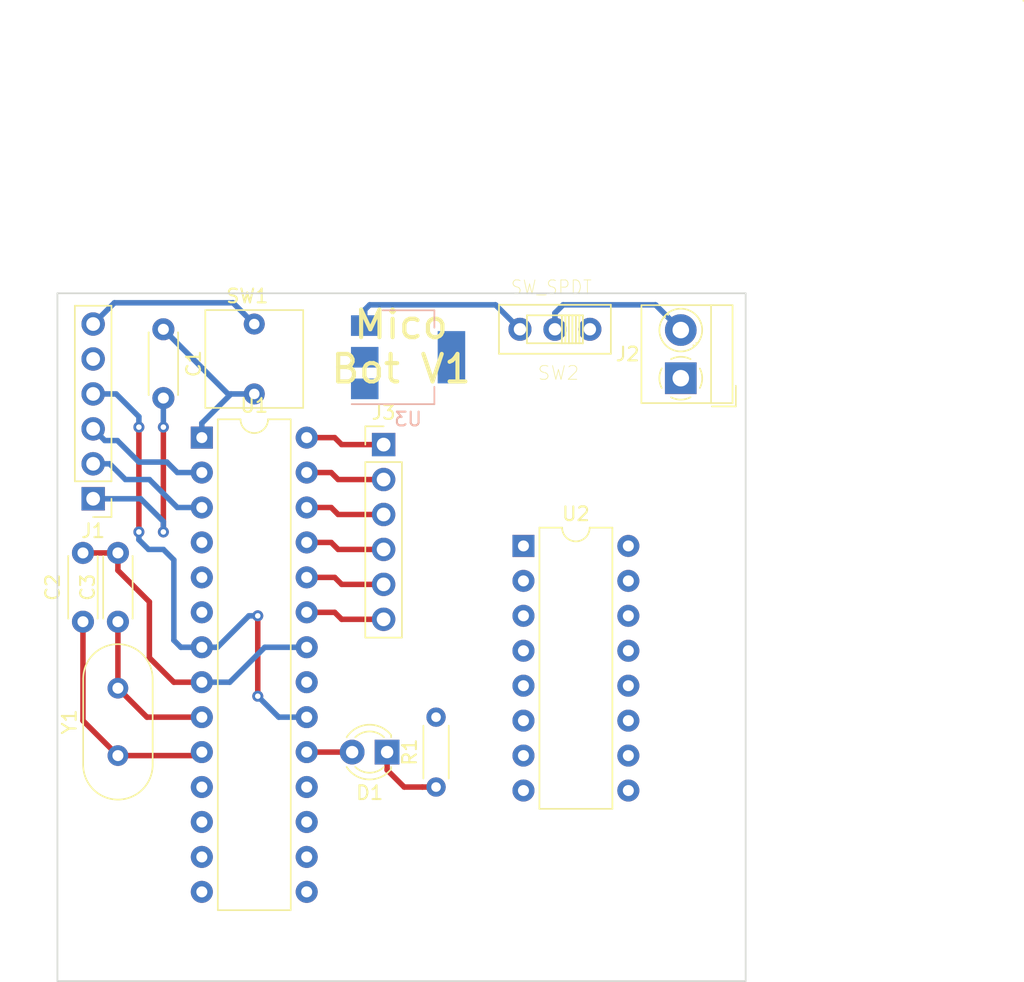
<source format=kicad_pcb>
(kicad_pcb (version 20171130) (host pcbnew "(5.1.0)-1")

  (general
    (thickness 1.6)
    (drawings 6)
    (tracks 95)
    (zones 0)
    (modules 14)
    (nets 45)
  )

  (page A4)
  (layers
    (0 F.Cu signal)
    (31 B.Cu signal)
    (32 B.Adhes user)
    (33 F.Adhes user)
    (34 B.Paste user)
    (35 F.Paste user)
    (36 B.SilkS user)
    (37 F.SilkS user)
    (38 B.Mask user)
    (39 F.Mask user)
    (40 Dwgs.User user)
    (41 Cmts.User user)
    (42 Eco1.User user)
    (43 Eco2.User user)
    (44 Edge.Cuts user)
    (45 Margin user)
    (46 B.CrtYd user)
    (47 F.CrtYd user)
    (48 B.Fab user)
    (49 F.Fab user)
  )

  (setup
    (last_trace_width 0.4)
    (user_trace_width 0.4)
    (user_trace_width 0.5)
    (trace_clearance 0.2)
    (zone_clearance 0.508)
    (zone_45_only no)
    (trace_min 0.2)
    (via_size 0.8)
    (via_drill 0.4)
    (via_min_size 0.4)
    (via_min_drill 0.3)
    (uvia_size 0.3)
    (uvia_drill 0.1)
    (uvias_allowed no)
    (uvia_min_size 0.2)
    (uvia_min_drill 0.1)
    (edge_width 0.05)
    (segment_width 0.2)
    (pcb_text_width 0.3)
    (pcb_text_size 1.5 1.5)
    (mod_edge_width 0.12)
    (mod_text_size 1 1)
    (mod_text_width 0.15)
    (pad_size 1.524 1.524)
    (pad_drill 0.762)
    (pad_to_mask_clearance 0.051)
    (solder_mask_min_width 0.25)
    (aux_axis_origin 0 0)
    (visible_elements 7FFFFFFF)
    (pcbplotparams
      (layerselection 0x010fc_ffffffff)
      (usegerberextensions false)
      (usegerberattributes false)
      (usegerberadvancedattributes false)
      (creategerberjobfile false)
      (excludeedgelayer true)
      (linewidth 0.100000)
      (plotframeref false)
      (viasonmask false)
      (mode 1)
      (useauxorigin false)
      (hpglpennumber 1)
      (hpglpenspeed 20)
      (hpglpendiameter 15.000000)
      (psnegative false)
      (psa4output false)
      (plotreference true)
      (plotvalue true)
      (plotinvisibletext false)
      (padsonsilk false)
      (subtractmaskfromsilk false)
      (outputformat 1)
      (mirror false)
      (drillshape 1)
      (scaleselection 1)
      (outputdirectory ""))
  )

  (net 0 "")
  (net 1 "Net-(C1-Pad1)")
  (net 2 "Net-(C1-Pad2)")
  (net 3 "Net-(J1-Pad2)")
  (net 4 "Net-(J1-Pad3)")
  (net 5 VCC)
  (net 6 "Net-(J1-Pad5)")
  (net 7 GND)
  (net 8 "Net-(U1-Pad15)")
  (net 9 "Net-(U1-Pad16)")
  (net 10 "Net-(U1-Pad17)")
  (net 11 "Net-(U1-Pad4)")
  (net 12 "Net-(U1-Pad18)")
  (net 13 "Net-(U1-Pad5)")
  (net 14 "Net-(U1-Pad6)")
  (net 15 "Net-(U1-Pad21)")
  (net 16 "Net-(U1-Pad11)")
  (net 17 "Net-(U1-Pad12)")
  (net 18 "Net-(U1-Pad13)")
  (net 19 "Net-(U1-Pad14)")
  (net 20 "Net-(U2-Pad1)")
  (net 21 "Net-(U2-Pad9)")
  (net 22 "Net-(U2-Pad2)")
  (net 23 "Net-(U2-Pad10)")
  (net 24 "Net-(U2-Pad3)")
  (net 25 "Net-(U2-Pad11)")
  (net 26 "Net-(U2-Pad6)")
  (net 27 "Net-(U2-Pad14)")
  (net 28 "Net-(U2-Pad7)")
  (net 29 "Net-(U2-Pad15)")
  (net 30 "Net-(U2-Pad8)")
  (net 31 "Net-(U2-Pad16)")
  (net 32 "Net-(J2-Pad2)")
  (net 33 "Net-(SW2-Pad3)")
  (net 34 "Net-(SW2-Pad1)")
  (net 35 "Net-(D1-Pad1)")
  (net 36 "Net-(D1-Pad2)")
  (net 37 "Net-(C2-Pad1)")
  (net 38 "Net-(C3-Pad1)")
  (net 39 "Net-(J3-Pad1)")
  (net 40 "Net-(J3-Pad2)")
  (net 41 "Net-(J3-Pad3)")
  (net 42 "Net-(J3-Pad4)")
  (net 43 "Net-(J3-Pad5)")
  (net 44 "Net-(J3-Pad6)")

  (net_class Default "Esta es la clase de red por defecto."
    (clearance 0.2)
    (trace_width 0.25)
    (via_dia 0.8)
    (via_drill 0.4)
    (uvia_dia 0.3)
    (uvia_drill 0.1)
    (add_net GND)
    (add_net "Net-(C1-Pad1)")
    (add_net "Net-(C1-Pad2)")
    (add_net "Net-(C2-Pad1)")
    (add_net "Net-(C3-Pad1)")
    (add_net "Net-(D1-Pad1)")
    (add_net "Net-(D1-Pad2)")
    (add_net "Net-(J1-Pad2)")
    (add_net "Net-(J1-Pad3)")
    (add_net "Net-(J1-Pad5)")
    (add_net "Net-(J2-Pad2)")
    (add_net "Net-(J3-Pad1)")
    (add_net "Net-(J3-Pad2)")
    (add_net "Net-(J3-Pad3)")
    (add_net "Net-(J3-Pad4)")
    (add_net "Net-(J3-Pad5)")
    (add_net "Net-(J3-Pad6)")
    (add_net "Net-(SW2-Pad1)")
    (add_net "Net-(SW2-Pad3)")
    (add_net "Net-(U1-Pad11)")
    (add_net "Net-(U1-Pad12)")
    (add_net "Net-(U1-Pad13)")
    (add_net "Net-(U1-Pad14)")
    (add_net "Net-(U1-Pad15)")
    (add_net "Net-(U1-Pad16)")
    (add_net "Net-(U1-Pad17)")
    (add_net "Net-(U1-Pad18)")
    (add_net "Net-(U1-Pad21)")
    (add_net "Net-(U1-Pad4)")
    (add_net "Net-(U1-Pad5)")
    (add_net "Net-(U1-Pad6)")
    (add_net "Net-(U2-Pad1)")
    (add_net "Net-(U2-Pad10)")
    (add_net "Net-(U2-Pad11)")
    (add_net "Net-(U2-Pad14)")
    (add_net "Net-(U2-Pad15)")
    (add_net "Net-(U2-Pad16)")
    (add_net "Net-(U2-Pad2)")
    (add_net "Net-(U2-Pad3)")
    (add_net "Net-(U2-Pad6)")
    (add_net "Net-(U2-Pad7)")
    (add_net "Net-(U2-Pad8)")
    (add_net "Net-(U2-Pad9)")
    (add_net VCC)
  )

  (module Connector_PinHeader_2.54mm:PinHeader_1x06_P2.54mm_Vertical (layer F.Cu) (tedit 59FED5CC) (tstamp 5CB7BD17)
    (at 123.698 110.998)
    (descr "Through hole straight pin header, 1x06, 2.54mm pitch, single row")
    (tags "Through hole pin header THT 1x06 2.54mm single row")
    (path /5CB94ED1)
    (fp_text reference J3 (at 0 -2.33) (layer F.SilkS)
      (effects (font (size 1 1) (thickness 0.15)))
    )
    (fp_text value Conn_01x06_Male (at 0 15.03) (layer F.Fab)
      (effects (font (size 1 1) (thickness 0.15)))
    )
    (fp_line (start -0.635 -1.27) (end 1.27 -1.27) (layer F.Fab) (width 0.1))
    (fp_line (start 1.27 -1.27) (end 1.27 13.97) (layer F.Fab) (width 0.1))
    (fp_line (start 1.27 13.97) (end -1.27 13.97) (layer F.Fab) (width 0.1))
    (fp_line (start -1.27 13.97) (end -1.27 -0.635) (layer F.Fab) (width 0.1))
    (fp_line (start -1.27 -0.635) (end -0.635 -1.27) (layer F.Fab) (width 0.1))
    (fp_line (start -1.33 14.03) (end 1.33 14.03) (layer F.SilkS) (width 0.12))
    (fp_line (start -1.33 1.27) (end -1.33 14.03) (layer F.SilkS) (width 0.12))
    (fp_line (start 1.33 1.27) (end 1.33 14.03) (layer F.SilkS) (width 0.12))
    (fp_line (start -1.33 1.27) (end 1.33 1.27) (layer F.SilkS) (width 0.12))
    (fp_line (start -1.33 0) (end -1.33 -1.33) (layer F.SilkS) (width 0.12))
    (fp_line (start -1.33 -1.33) (end 0 -1.33) (layer F.SilkS) (width 0.12))
    (fp_line (start -1.8 -1.8) (end -1.8 14.5) (layer F.CrtYd) (width 0.05))
    (fp_line (start -1.8 14.5) (end 1.8 14.5) (layer F.CrtYd) (width 0.05))
    (fp_line (start 1.8 14.5) (end 1.8 -1.8) (layer F.CrtYd) (width 0.05))
    (fp_line (start 1.8 -1.8) (end -1.8 -1.8) (layer F.CrtYd) (width 0.05))
    (fp_text user %R (at 0 6.35 90) (layer F.Fab)
      (effects (font (size 1 1) (thickness 0.15)))
    )
    (pad 1 thru_hole rect (at 0 0) (size 1.7 1.7) (drill 1) (layers *.Cu *.Mask)
      (net 39 "Net-(J3-Pad1)"))
    (pad 2 thru_hole oval (at 0 2.54) (size 1.7 1.7) (drill 1) (layers *.Cu *.Mask)
      (net 40 "Net-(J3-Pad2)"))
    (pad 3 thru_hole oval (at 0 5.08) (size 1.7 1.7) (drill 1) (layers *.Cu *.Mask)
      (net 41 "Net-(J3-Pad3)"))
    (pad 4 thru_hole oval (at 0 7.62) (size 1.7 1.7) (drill 1) (layers *.Cu *.Mask)
      (net 42 "Net-(J3-Pad4)"))
    (pad 5 thru_hole oval (at 0 10.16) (size 1.7 1.7) (drill 1) (layers *.Cu *.Mask)
      (net 43 "Net-(J3-Pad5)"))
    (pad 6 thru_hole oval (at 0 12.7) (size 1.7 1.7) (drill 1) (layers *.Cu *.Mask)
      (net 44 "Net-(J3-Pad6)"))
    (model ${KISYS3DMOD}/Connector_PinHeader_2.54mm.3dshapes/PinHeader_1x06_P2.54mm_Vertical.wrl
      (at (xyz 0 0 0))
      (scale (xyz 1 1 1))
      (rotate (xyz 0 0 0))
    )
  )

  (module Connector_PinHeader_2.54mm:PinHeader_1x06_P2.54mm_Vertical (layer F.Cu) (tedit 59FED5CC) (tstamp 5CB79A34)
    (at 102.594999 114.935 180)
    (descr "Through hole straight pin header, 1x06, 2.54mm pitch, single row")
    (tags "Through hole pin header THT 1x06 2.54mm single row")
    (path /5CB77726)
    (fp_text reference J1 (at 0 -2.33 180) (layer F.SilkS)
      (effects (font (size 1 1) (thickness 0.15)))
    )
    (fp_text value Conn_01x06_Male (at 0 15.03 180) (layer F.Fab)
      (effects (font (size 1 1) (thickness 0.15)))
    )
    (fp_line (start -0.635 -1.27) (end 1.27 -1.27) (layer F.Fab) (width 0.1))
    (fp_line (start 1.27 -1.27) (end 1.27 13.97) (layer F.Fab) (width 0.1))
    (fp_line (start 1.27 13.97) (end -1.27 13.97) (layer F.Fab) (width 0.1))
    (fp_line (start -1.27 13.97) (end -1.27 -0.635) (layer F.Fab) (width 0.1))
    (fp_line (start -1.27 -0.635) (end -0.635 -1.27) (layer F.Fab) (width 0.1))
    (fp_line (start -1.33 14.03) (end 1.33 14.03) (layer F.SilkS) (width 0.12))
    (fp_line (start -1.33 1.27) (end -1.33 14.03) (layer F.SilkS) (width 0.12))
    (fp_line (start 1.33 1.27) (end 1.33 14.03) (layer F.SilkS) (width 0.12))
    (fp_line (start -1.33 1.27) (end 1.33 1.27) (layer F.SilkS) (width 0.12))
    (fp_line (start -1.33 0) (end -1.33 -1.33) (layer F.SilkS) (width 0.12))
    (fp_line (start -1.33 -1.33) (end 0 -1.33) (layer F.SilkS) (width 0.12))
    (fp_line (start -1.8 -1.8) (end -1.8 14.5) (layer F.CrtYd) (width 0.05))
    (fp_line (start -1.8 14.5) (end 1.8 14.5) (layer F.CrtYd) (width 0.05))
    (fp_line (start 1.8 14.5) (end 1.8 -1.8) (layer F.CrtYd) (width 0.05))
    (fp_line (start 1.8 -1.8) (end -1.8 -1.8) (layer F.CrtYd) (width 0.05))
    (fp_text user %R (at 0 6.35 270) (layer F.Fab)
      (effects (font (size 1 1) (thickness 0.15)))
    )
    (pad 1 thru_hole rect (at 0 0 180) (size 1.7 1.7) (drill 1) (layers *.Cu *.Mask)
      (net 2 "Net-(C1-Pad2)"))
    (pad 2 thru_hole oval (at 0 2.54 180) (size 1.7 1.7) (drill 1) (layers *.Cu *.Mask)
      (net 3 "Net-(J1-Pad2)"))
    (pad 3 thru_hole oval (at 0 5.08 180) (size 1.7 1.7) (drill 1) (layers *.Cu *.Mask)
      (net 4 "Net-(J1-Pad3)"))
    (pad 4 thru_hole oval (at 0 7.62 180) (size 1.7 1.7) (drill 1) (layers *.Cu *.Mask)
      (net 5 VCC))
    (pad 5 thru_hole oval (at 0 10.16 180) (size 1.7 1.7) (drill 1) (layers *.Cu *.Mask)
      (net 6 "Net-(J1-Pad5)"))
    (pad 6 thru_hole oval (at 0 12.7 180) (size 1.7 1.7) (drill 1) (layers *.Cu *.Mask)
      (net 7 GND))
    (model ${KISYS3DMOD}/Connector_PinHeader_2.54mm.3dshapes/PinHeader_1x06_P2.54mm_Vertical.wrl
      (at (xyz 0 0 0))
      (scale (xyz 1 1 1))
      (rotate (xyz 0 0 0))
    )
  )

  (module Package_DIP:DIP-28_W7.62mm (layer F.Cu) (tedit 5A02E8C5) (tstamp 5CB79A64)
    (at 110.49 110.49)
    (descr "28-lead though-hole mounted DIP package, row spacing 7.62 mm (300 mils)")
    (tags "THT DIP DIL PDIP 2.54mm 7.62mm 300mil")
    (path /5CB743B3)
    (fp_text reference U1 (at 3.81 -2.33) (layer F.SilkS)
      (effects (font (size 1 1) (thickness 0.15)))
    )
    (fp_text value ATmega328P-PU (at 3.81 35.35) (layer F.Fab)
      (effects (font (size 1 1) (thickness 0.15)))
    )
    (fp_arc (start 3.81 -1.33) (end 2.81 -1.33) (angle -180) (layer F.SilkS) (width 0.12))
    (fp_line (start 1.635 -1.27) (end 6.985 -1.27) (layer F.Fab) (width 0.1))
    (fp_line (start 6.985 -1.27) (end 6.985 34.29) (layer F.Fab) (width 0.1))
    (fp_line (start 6.985 34.29) (end 0.635 34.29) (layer F.Fab) (width 0.1))
    (fp_line (start 0.635 34.29) (end 0.635 -0.27) (layer F.Fab) (width 0.1))
    (fp_line (start 0.635 -0.27) (end 1.635 -1.27) (layer F.Fab) (width 0.1))
    (fp_line (start 2.81 -1.33) (end 1.16 -1.33) (layer F.SilkS) (width 0.12))
    (fp_line (start 1.16 -1.33) (end 1.16 34.35) (layer F.SilkS) (width 0.12))
    (fp_line (start 1.16 34.35) (end 6.46 34.35) (layer F.SilkS) (width 0.12))
    (fp_line (start 6.46 34.35) (end 6.46 -1.33) (layer F.SilkS) (width 0.12))
    (fp_line (start 6.46 -1.33) (end 4.81 -1.33) (layer F.SilkS) (width 0.12))
    (fp_line (start -1.1 -1.55) (end -1.1 34.55) (layer F.CrtYd) (width 0.05))
    (fp_line (start -1.1 34.55) (end 8.7 34.55) (layer F.CrtYd) (width 0.05))
    (fp_line (start 8.7 34.55) (end 8.7 -1.55) (layer F.CrtYd) (width 0.05))
    (fp_line (start 8.7 -1.55) (end -1.1 -1.55) (layer F.CrtYd) (width 0.05))
    (fp_text user %R (at 3.81 16.51) (layer F.Fab)
      (effects (font (size 1 1) (thickness 0.15)))
    )
    (pad 1 thru_hole rect (at 0 0) (size 1.6 1.6) (drill 0.8) (layers *.Cu *.Mask)
      (net 1 "Net-(C1-Pad1)"))
    (pad 15 thru_hole oval (at 7.62 33.02) (size 1.6 1.6) (drill 0.8) (layers *.Cu *.Mask)
      (net 8 "Net-(U1-Pad15)"))
    (pad 2 thru_hole oval (at 0 2.54) (size 1.6 1.6) (drill 0.8) (layers *.Cu *.Mask)
      (net 4 "Net-(J1-Pad3)"))
    (pad 16 thru_hole oval (at 7.62 30.48) (size 1.6 1.6) (drill 0.8) (layers *.Cu *.Mask)
      (net 9 "Net-(U1-Pad16)"))
    (pad 3 thru_hole oval (at 0 5.08) (size 1.6 1.6) (drill 0.8) (layers *.Cu *.Mask)
      (net 3 "Net-(J1-Pad2)"))
    (pad 17 thru_hole oval (at 7.62 27.94) (size 1.6 1.6) (drill 0.8) (layers *.Cu *.Mask)
      (net 10 "Net-(U1-Pad17)"))
    (pad 4 thru_hole oval (at 0 7.62) (size 1.6 1.6) (drill 0.8) (layers *.Cu *.Mask)
      (net 11 "Net-(U1-Pad4)"))
    (pad 18 thru_hole oval (at 7.62 25.4) (size 1.6 1.6) (drill 0.8) (layers *.Cu *.Mask)
      (net 12 "Net-(U1-Pad18)"))
    (pad 5 thru_hole oval (at 0 10.16) (size 1.6 1.6) (drill 0.8) (layers *.Cu *.Mask)
      (net 13 "Net-(U1-Pad5)"))
    (pad 19 thru_hole oval (at 7.62 22.86) (size 1.6 1.6) (drill 0.8) (layers *.Cu *.Mask)
      (net 36 "Net-(D1-Pad2)"))
    (pad 6 thru_hole oval (at 0 12.7) (size 1.6 1.6) (drill 0.8) (layers *.Cu *.Mask)
      (net 14 "Net-(U1-Pad6)"))
    (pad 20 thru_hole oval (at 7.62 20.32) (size 1.6 1.6) (drill 0.8) (layers *.Cu *.Mask)
      (net 5 VCC))
    (pad 7 thru_hole oval (at 0 15.24) (size 1.6 1.6) (drill 0.8) (layers *.Cu *.Mask)
      (net 5 VCC))
    (pad 21 thru_hole oval (at 7.62 17.78) (size 1.6 1.6) (drill 0.8) (layers *.Cu *.Mask)
      (net 15 "Net-(U1-Pad21)"))
    (pad 8 thru_hole oval (at 0 17.78) (size 1.6 1.6) (drill 0.8) (layers *.Cu *.Mask)
      (net 7 GND))
    (pad 22 thru_hole oval (at 7.62 15.24) (size 1.6 1.6) (drill 0.8) (layers *.Cu *.Mask)
      (net 7 GND))
    (pad 9 thru_hole oval (at 0 20.32) (size 1.6 1.6) (drill 0.8) (layers *.Cu *.Mask)
      (net 38 "Net-(C3-Pad1)"))
    (pad 23 thru_hole oval (at 7.62 12.7) (size 1.6 1.6) (drill 0.8) (layers *.Cu *.Mask)
      (net 44 "Net-(J3-Pad6)"))
    (pad 10 thru_hole oval (at 0 22.86) (size 1.6 1.6) (drill 0.8) (layers *.Cu *.Mask)
      (net 37 "Net-(C2-Pad1)"))
    (pad 24 thru_hole oval (at 7.62 10.16) (size 1.6 1.6) (drill 0.8) (layers *.Cu *.Mask)
      (net 43 "Net-(J3-Pad5)"))
    (pad 11 thru_hole oval (at 0 25.4) (size 1.6 1.6) (drill 0.8) (layers *.Cu *.Mask)
      (net 16 "Net-(U1-Pad11)"))
    (pad 25 thru_hole oval (at 7.62 7.62) (size 1.6 1.6) (drill 0.8) (layers *.Cu *.Mask)
      (net 42 "Net-(J3-Pad4)"))
    (pad 12 thru_hole oval (at 0 27.94) (size 1.6 1.6) (drill 0.8) (layers *.Cu *.Mask)
      (net 17 "Net-(U1-Pad12)"))
    (pad 26 thru_hole oval (at 7.62 5.08) (size 1.6 1.6) (drill 0.8) (layers *.Cu *.Mask)
      (net 41 "Net-(J3-Pad3)"))
    (pad 13 thru_hole oval (at 0 30.48) (size 1.6 1.6) (drill 0.8) (layers *.Cu *.Mask)
      (net 18 "Net-(U1-Pad13)"))
    (pad 27 thru_hole oval (at 7.62 2.54) (size 1.6 1.6) (drill 0.8) (layers *.Cu *.Mask)
      (net 40 "Net-(J3-Pad2)"))
    (pad 14 thru_hole oval (at 0 33.02) (size 1.6 1.6) (drill 0.8) (layers *.Cu *.Mask)
      (net 19 "Net-(U1-Pad14)"))
    (pad 28 thru_hole oval (at 7.62 0) (size 1.6 1.6) (drill 0.8) (layers *.Cu *.Mask)
      (net 39 "Net-(J3-Pad1)"))
    (model ${KISYS3DMOD}/Package_DIP.3dshapes/DIP-28_W7.62mm.wrl
      (at (xyz 0 0 0))
      (scale (xyz 1 1 1))
      (rotate (xyz 0 0 0))
    )
  )

  (module Package_DIP:DIP-16_W7.62mm (layer F.Cu) (tedit 5A02E8C5) (tstamp 5CB79C3C)
    (at 133.858 118.364)
    (descr "16-lead though-hole mounted DIP package, row spacing 7.62 mm (300 mils)")
    (tags "THT DIP DIL PDIP 2.54mm 7.62mm 300mil")
    (path /5CB8339E)
    (fp_text reference U2 (at 3.81 -2.33) (layer F.SilkS)
      (effects (font (size 1 1) (thickness 0.15)))
    )
    (fp_text value L293D (at 3.81 20.11) (layer F.Fab)
      (effects (font (size 1 1) (thickness 0.15)))
    )
    (fp_arc (start 3.81 -1.33) (end 2.81 -1.33) (angle -180) (layer F.SilkS) (width 0.12))
    (fp_line (start 1.635 -1.27) (end 6.985 -1.27) (layer F.Fab) (width 0.1))
    (fp_line (start 6.985 -1.27) (end 6.985 19.05) (layer F.Fab) (width 0.1))
    (fp_line (start 6.985 19.05) (end 0.635 19.05) (layer F.Fab) (width 0.1))
    (fp_line (start 0.635 19.05) (end 0.635 -0.27) (layer F.Fab) (width 0.1))
    (fp_line (start 0.635 -0.27) (end 1.635 -1.27) (layer F.Fab) (width 0.1))
    (fp_line (start 2.81 -1.33) (end 1.16 -1.33) (layer F.SilkS) (width 0.12))
    (fp_line (start 1.16 -1.33) (end 1.16 19.11) (layer F.SilkS) (width 0.12))
    (fp_line (start 1.16 19.11) (end 6.46 19.11) (layer F.SilkS) (width 0.12))
    (fp_line (start 6.46 19.11) (end 6.46 -1.33) (layer F.SilkS) (width 0.12))
    (fp_line (start 6.46 -1.33) (end 4.81 -1.33) (layer F.SilkS) (width 0.12))
    (fp_line (start -1.1 -1.55) (end -1.1 19.3) (layer F.CrtYd) (width 0.05))
    (fp_line (start -1.1 19.3) (end 8.7 19.3) (layer F.CrtYd) (width 0.05))
    (fp_line (start 8.7 19.3) (end 8.7 -1.55) (layer F.CrtYd) (width 0.05))
    (fp_line (start 8.7 -1.55) (end -1.1 -1.55) (layer F.CrtYd) (width 0.05))
    (fp_text user %R (at 3.81 8.89) (layer F.Fab)
      (effects (font (size 1 1) (thickness 0.15)))
    )
    (pad 1 thru_hole rect (at 0 0) (size 1.6 1.6) (drill 0.8) (layers *.Cu *.Mask)
      (net 20 "Net-(U2-Pad1)"))
    (pad 9 thru_hole oval (at 7.62 17.78) (size 1.6 1.6) (drill 0.8) (layers *.Cu *.Mask)
      (net 21 "Net-(U2-Pad9)"))
    (pad 2 thru_hole oval (at 0 2.54) (size 1.6 1.6) (drill 0.8) (layers *.Cu *.Mask)
      (net 22 "Net-(U2-Pad2)"))
    (pad 10 thru_hole oval (at 7.62 15.24) (size 1.6 1.6) (drill 0.8) (layers *.Cu *.Mask)
      (net 23 "Net-(U2-Pad10)"))
    (pad 3 thru_hole oval (at 0 5.08) (size 1.6 1.6) (drill 0.8) (layers *.Cu *.Mask)
      (net 24 "Net-(U2-Pad3)"))
    (pad 11 thru_hole oval (at 7.62 12.7) (size 1.6 1.6) (drill 0.8) (layers *.Cu *.Mask)
      (net 25 "Net-(U2-Pad11)"))
    (pad 4 thru_hole oval (at 0 7.62) (size 1.6 1.6) (drill 0.8) (layers *.Cu *.Mask)
      (net 7 GND))
    (pad 12 thru_hole oval (at 7.62 10.16) (size 1.6 1.6) (drill 0.8) (layers *.Cu *.Mask)
      (net 7 GND))
    (pad 5 thru_hole oval (at 0 10.16) (size 1.6 1.6) (drill 0.8) (layers *.Cu *.Mask)
      (net 7 GND))
    (pad 13 thru_hole oval (at 7.62 7.62) (size 1.6 1.6) (drill 0.8) (layers *.Cu *.Mask)
      (net 7 GND))
    (pad 6 thru_hole oval (at 0 12.7) (size 1.6 1.6) (drill 0.8) (layers *.Cu *.Mask)
      (net 26 "Net-(U2-Pad6)"))
    (pad 14 thru_hole oval (at 7.62 5.08) (size 1.6 1.6) (drill 0.8) (layers *.Cu *.Mask)
      (net 27 "Net-(U2-Pad14)"))
    (pad 7 thru_hole oval (at 0 15.24) (size 1.6 1.6) (drill 0.8) (layers *.Cu *.Mask)
      (net 28 "Net-(U2-Pad7)"))
    (pad 15 thru_hole oval (at 7.62 2.54) (size 1.6 1.6) (drill 0.8) (layers *.Cu *.Mask)
      (net 29 "Net-(U2-Pad15)"))
    (pad 8 thru_hole oval (at 0 17.78) (size 1.6 1.6) (drill 0.8) (layers *.Cu *.Mask)
      (net 30 "Net-(U2-Pad8)"))
    (pad 16 thru_hole oval (at 7.62 0) (size 1.6 1.6) (drill 0.8) (layers *.Cu *.Mask)
      (net 31 "Net-(U2-Pad16)"))
    (model ${KISYS3DMOD}/Package_DIP.3dshapes/DIP-16_W7.62mm.wrl
      (at (xyz 0 0 0))
      (scale (xyz 1 1 1))
      (rotate (xyz 0 0 0))
    )
  )

  (module MiLib:Pulsador_Cuadrado_6 (layer F.Cu) (tedit 5CB76973) (tstamp 5CB7E262)
    (at 111.76 104.775 90)
    (path /5CB995FB)
    (fp_text reference SW1 (at 4.572 2.032 180) (layer F.SilkS)
      (effects (font (size 1 1) (thickness 0.15)))
    )
    (fp_text value SW_Push (at 6.223 3.81 90) (layer F.Fab)
      (effects (font (size 1 1) (thickness 0.15)))
    )
    (fp_line (start -3.556 -1.016) (end -3.556 6.096) (layer F.SilkS) (width 0.12))
    (fp_line (start -3.556 6.096) (end 3.556 6.096) (layer F.SilkS) (width 0.12))
    (fp_line (start 3.556 6.096) (end 3.556 -1.016) (layer F.SilkS) (width 0.12))
    (fp_line (start 3.556 -1.016) (end -3.556 -1.016) (layer F.SilkS) (width 0.12))
    (fp_line (start -3.302 -0.762) (end 3.302 -0.762) (layer F.CrtYd) (width 0.12))
    (fp_line (start 3.302 -0.762) (end 3.302 5.842) (layer F.CrtYd) (width 0.12))
    (fp_line (start 3.302 5.842) (end -3.302 5.842) (layer F.CrtYd) (width 0.12))
    (fp_line (start -3.302 5.842) (end -3.302 -0.762) (layer F.CrtYd) (width 0.12))
    (fp_circle (center 0 2.54) (end 2.032 1.524) (layer F.CrtYd) (width 0.12))
    (pad 1 thru_hole circle (at -2.54 2.54 90) (size 1.524 1.524) (drill 0.762) (layers *.Cu *.Mask)
      (net 1 "Net-(C1-Pad1)"))
    (pad 2 thru_hole circle (at 2.54 2.54 90) (size 1.524 1.524) (drill 0.762) (layers *.Cu *.Mask)
      (net 7 GND))
  )

  (module TerminalBlock_MetzConnect:TerminalBlock_MetzConnect_Type059_RT06302HBWC_1x02_P3.50mm_Horizontal (layer F.Cu) (tedit 5B294EA0) (tstamp 5CB7D56D)
    (at 145.288 106.172 90)
    (descr "terminal block Metz Connect Type059_RT06302HBWC, 2 pins, pitch 3.5mm, size 7x6.5mm^2, drill diamater 1.2mm, pad diameter 2.3mm, see http://www.metz-connect.com/de/system/files/productfiles/Datenblatt_310591_RT063xxHBWC_OFF-022684T.pdf, script-generated using https://github.com/pointhi/kicad-footprint-generator/scripts/TerminalBlock_MetzConnect")
    (tags "THT terminal block Metz Connect Type059_RT06302HBWC pitch 3.5mm size 7x6.5mm^2 drill 1.2mm pad 2.3mm")
    (path /5CB7B471)
    (fp_text reference J2 (at 1.75 -3.86 180) (layer F.SilkS)
      (effects (font (size 1 1) (thickness 0.15)))
    )
    (fp_text value Screw_Terminal_01x02 (at 1.75 4.76 90) (layer F.Fab)
      (effects (font (size 1 1) (thickness 0.15)))
    )
    (fp_arc (start 0 0) (end 0 1.555) (angle -27) (layer F.SilkS) (width 0.12))
    (fp_arc (start 0 0) (end 1.386 0.707) (angle -54) (layer F.SilkS) (width 0.12))
    (fp_arc (start 0 0) (end 0.707 -1.386) (angle -54) (layer F.SilkS) (width 0.12))
    (fp_arc (start 0 0) (end -1.386 -0.707) (angle -54) (layer F.SilkS) (width 0.12))
    (fp_arc (start 0 0) (end -0.707 1.386) (angle -28) (layer F.SilkS) (width 0.12))
    (fp_circle (center 0 0) (end 1.375 0) (layer F.Fab) (width 0.1))
    (fp_circle (center 3.5 0) (end 4.875 0) (layer F.Fab) (width 0.1))
    (fp_circle (center 3.5 0) (end 5.055 0) (layer F.SilkS) (width 0.12))
    (fp_line (start -1.75 -2.8) (end 5.25 -2.8) (layer F.Fab) (width 0.1))
    (fp_line (start 5.25 -2.8) (end 5.25 3.7) (layer F.Fab) (width 0.1))
    (fp_line (start 5.25 3.7) (end -0.25 3.7) (layer F.Fab) (width 0.1))
    (fp_line (start -0.25 3.7) (end -1.75 2.2) (layer F.Fab) (width 0.1))
    (fp_line (start -1.75 2.2) (end -1.75 -2.8) (layer F.Fab) (width 0.1))
    (fp_line (start -1.75 2.2) (end 5.25 2.2) (layer F.Fab) (width 0.1))
    (fp_line (start -1.81 2.2) (end 5.31 2.2) (layer F.SilkS) (width 0.12))
    (fp_line (start -1.81 -2.86) (end 5.31 -2.86) (layer F.SilkS) (width 0.12))
    (fp_line (start -1.81 3.76) (end 5.31 3.76) (layer F.SilkS) (width 0.12))
    (fp_line (start -1.81 -2.86) (end -1.81 3.76) (layer F.SilkS) (width 0.12))
    (fp_line (start 5.31 -2.86) (end 5.31 3.76) (layer F.SilkS) (width 0.12))
    (fp_line (start 1.043 -0.875) (end -0.876 1.043) (layer F.Fab) (width 0.1))
    (fp_line (start 0.876 -1.043) (end -1.043 0.875) (layer F.Fab) (width 0.1))
    (fp_line (start 4.543 -0.875) (end 2.625 1.043) (layer F.Fab) (width 0.1))
    (fp_line (start 4.376 -1.043) (end 2.458 0.875) (layer F.Fab) (width 0.1))
    (fp_line (start 4.68 -0.99) (end 4.604 -0.914) (layer F.SilkS) (width 0.12))
    (fp_line (start 2.565 1.125) (end 2.511 1.18) (layer F.SilkS) (width 0.12))
    (fp_line (start 4.49 -1.18) (end 4.436 -1.126) (layer F.SilkS) (width 0.12))
    (fp_line (start 2.397 0.914) (end 2.321 0.99) (layer F.SilkS) (width 0.12))
    (fp_line (start -2.05 2.26) (end -2.05 4) (layer F.SilkS) (width 0.12))
    (fp_line (start -2.05 4) (end -0.55 4) (layer F.SilkS) (width 0.12))
    (fp_line (start -2.25 -3.3) (end -2.25 4.2) (layer F.CrtYd) (width 0.05))
    (fp_line (start -2.25 4.2) (end 5.75 4.2) (layer F.CrtYd) (width 0.05))
    (fp_line (start 5.75 4.2) (end 5.75 -3.3) (layer F.CrtYd) (width 0.05))
    (fp_line (start 5.75 -3.3) (end -2.25 -3.3) (layer F.CrtYd) (width 0.05))
    (fp_text user %R (at 1.75 2.95 90) (layer F.Fab)
      (effects (font (size 1 1) (thickness 0.15)))
    )
    (pad 1 thru_hole rect (at 0 0 90) (size 2.3 2.3) (drill 1.2) (layers *.Cu *.Mask)
      (net 7 GND))
    (pad 2 thru_hole circle (at 3.5 0 90) (size 2.3 2.3) (drill 1.2) (layers *.Cu *.Mask)
      (net 32 "Net-(J2-Pad2)"))
    (model ${KISYS3DMOD}/TerminalBlock_MetzConnect.3dshapes/TerminalBlock_MetzConnect_Type059_RT06302HBWC_1x02_P3.50mm_Horizontal.wrl
      (at (xyz 0 0 0))
      (scale (xyz 1 1 1))
      (rotate (xyz 0 0 0))
    )
  )

  (module Package_TO_SOT_SMD:SOT-223-3_TabPin2 (layer B.Cu) (tedit 5A02FF57) (tstamp 5CB7D583)
    (at 125.476 104.648)
    (descr "module CMS SOT223 4 pins")
    (tags "CMS SOT")
    (path /5CB78A01)
    (attr smd)
    (fp_text reference U3 (at 0 4.5) (layer B.SilkS)
      (effects (font (size 1 1) (thickness 0.15)) (justify mirror))
    )
    (fp_text value AMS1117-5.0 (at 0 -4.5) (layer B.Fab)
      (effects (font (size 1 1) (thickness 0.15)) (justify mirror))
    )
    (fp_text user %R (at 0 0 -90) (layer B.Fab)
      (effects (font (size 0.8 0.8) (thickness 0.12)) (justify mirror))
    )
    (fp_line (start 1.91 -3.41) (end 1.91 -2.15) (layer B.SilkS) (width 0.12))
    (fp_line (start 1.91 3.41) (end 1.91 2.15) (layer B.SilkS) (width 0.12))
    (fp_line (start 4.4 3.6) (end -4.4 3.6) (layer B.CrtYd) (width 0.05))
    (fp_line (start 4.4 -3.6) (end 4.4 3.6) (layer B.CrtYd) (width 0.05))
    (fp_line (start -4.4 -3.6) (end 4.4 -3.6) (layer B.CrtYd) (width 0.05))
    (fp_line (start -4.4 3.6) (end -4.4 -3.6) (layer B.CrtYd) (width 0.05))
    (fp_line (start -1.85 2.35) (end -0.85 3.35) (layer B.Fab) (width 0.1))
    (fp_line (start -1.85 2.35) (end -1.85 -3.35) (layer B.Fab) (width 0.1))
    (fp_line (start -1.85 -3.41) (end 1.91 -3.41) (layer B.SilkS) (width 0.12))
    (fp_line (start -0.85 3.35) (end 1.85 3.35) (layer B.Fab) (width 0.1))
    (fp_line (start -4.1 3.41) (end 1.91 3.41) (layer B.SilkS) (width 0.12))
    (fp_line (start -1.85 -3.35) (end 1.85 -3.35) (layer B.Fab) (width 0.1))
    (fp_line (start 1.85 3.35) (end 1.85 -3.35) (layer B.Fab) (width 0.1))
    (pad 2 smd rect (at 3.15 0) (size 2 3.8) (layers B.Cu B.Paste B.Mask)
      (net 5 VCC))
    (pad 2 smd rect (at -3.15 0) (size 2 1.5) (layers B.Cu B.Paste B.Mask)
      (net 5 VCC))
    (pad 3 smd rect (at -3.15 -2.3) (size 2 1.5) (layers B.Cu B.Paste B.Mask)
      (net 33 "Net-(SW2-Pad3)"))
    (pad 1 smd rect (at -3.15 2.3) (size 2 1.5) (layers B.Cu B.Paste B.Mask)
      (net 7 GND))
    (model ${KISYS3DMOD}/Package_TO_SOT_SMD.3dshapes/SOT-223.wrl
      (at (xyz 0 0 0))
      (scale (xyz 1 1 1))
      (rotate (xyz 0 0 0))
    )
  )

  (module MiLib:EG1218 (layer F.Cu) (tedit 5CB7938C) (tstamp 5CB7EB2B)
    (at 136.144 102.616 180)
    (path /5CB86777)
    (fp_text reference SW2 (at -0.254 -3.175 180) (layer F.SilkS)
      (effects (font (size 1 1) (thickness 0.05)))
    )
    (fp_text value SW_SPDT (at 0.254 3.048 180) (layer F.SilkS)
      (effects (font (size 1 0.9) (thickness 0.05)))
    )
    (fp_line (start -0.508 -1.016) (end -0.508 1.016) (layer F.SilkS) (width 0.127))
    (fp_line (start -0.762 1.016) (end -0.762 -1.016) (layer F.SilkS) (width 0.127))
    (fp_line (start -1.016 -1.016) (end -1.016 1.016) (layer F.SilkS) (width 0.127))
    (fp_line (start -1.27 1.016) (end -1.27 -1.016) (layer F.SilkS) (width 0.127))
    (fp_line (start -1.524 -1.016) (end -1.524 1.016) (layer F.SilkS) (width 0.127))
    (fp_line (start -1.778 1.016) (end -1.778 -1.016) (layer F.SilkS) (width 0.127))
    (fp_line (start -2.032 -1.016) (end -2.032 1.016) (layer F.SilkS) (width 0.127))
    (fp_line (start -4.064 1.778) (end -4.064 -1.778) (layer F.SilkS) (width 0.127))
    (fp_line (start 4.064 1.778) (end -4.064 1.778) (layer F.SilkS) (width 0.127))
    (fp_line (start 4.064 -1.778) (end 4.064 1.778) (layer F.SilkS) (width 0.127))
    (fp_line (start -4.064 -1.778) (end 4.064 -1.778) (layer F.SilkS) (width 0.127))
    (fp_line (start -2.032 -1.016) (end 2.032 -1.016) (layer F.SilkS) (width 0.12))
    (fp_line (start 2.032 -1.016) (end 2.032 1.016) (layer F.SilkS) (width 0.12))
    (fp_line (start 2.032 1.016) (end -2.032 1.016) (layer F.SilkS) (width 0.12))
    (pad 3 thru_hole circle (at 2.54 0 180) (size 1.6764 1.6764) (drill 0.9) (layers *.Cu *.Mask)
      (net 33 "Net-(SW2-Pad3)"))
    (pad 1 thru_hole circle (at -2.54 0 180) (size 1.6764 1.6764) (drill 0.9) (layers *.Cu *.Mask)
      (net 34 "Net-(SW2-Pad1)"))
    (pad 2 thru_hole circle (at 0 0 180) (size 1.6764 1.6764) (drill 0.9) (layers *.Cu *.Mask)
      (net 32 "Net-(J2-Pad2)"))
  )

  (module Resistor_THT:R_Axial_DIN0204_L3.6mm_D1.6mm_P5.08mm_Horizontal (layer F.Cu) (tedit 5AE5139B) (tstamp 5CB7F500)
    (at 127.508 135.89 90)
    (descr "Resistor, Axial_DIN0204 series, Axial, Horizontal, pin pitch=5.08mm, 0.167W, length*diameter=3.6*1.6mm^2, http://cdn-reichelt.de/documents/datenblatt/B400/1_4W%23YAG.pdf")
    (tags "Resistor Axial_DIN0204 series Axial Horizontal pin pitch 5.08mm 0.167W length 3.6mm diameter 1.6mm")
    (path /5CB8BF62)
    (fp_text reference R1 (at 2.54 -1.92 90) (layer F.SilkS)
      (effects (font (size 1 1) (thickness 0.15)))
    )
    (fp_text value R (at 2.54 1.92 90) (layer F.Fab)
      (effects (font (size 1 1) (thickness 0.15)))
    )
    (fp_line (start 0.74 -0.8) (end 0.74 0.8) (layer F.Fab) (width 0.1))
    (fp_line (start 0.74 0.8) (end 4.34 0.8) (layer F.Fab) (width 0.1))
    (fp_line (start 4.34 0.8) (end 4.34 -0.8) (layer F.Fab) (width 0.1))
    (fp_line (start 4.34 -0.8) (end 0.74 -0.8) (layer F.Fab) (width 0.1))
    (fp_line (start 0 0) (end 0.74 0) (layer F.Fab) (width 0.1))
    (fp_line (start 5.08 0) (end 4.34 0) (layer F.Fab) (width 0.1))
    (fp_line (start 0.62 -0.92) (end 4.46 -0.92) (layer F.SilkS) (width 0.12))
    (fp_line (start 0.62 0.92) (end 4.46 0.92) (layer F.SilkS) (width 0.12))
    (fp_line (start -0.95 -1.05) (end -0.95 1.05) (layer F.CrtYd) (width 0.05))
    (fp_line (start -0.95 1.05) (end 6.03 1.05) (layer F.CrtYd) (width 0.05))
    (fp_line (start 6.03 1.05) (end 6.03 -1.05) (layer F.CrtYd) (width 0.05))
    (fp_line (start 6.03 -1.05) (end -0.95 -1.05) (layer F.CrtYd) (width 0.05))
    (fp_text user %R (at 2.54 0 90) (layer F.Fab)
      (effects (font (size 0.72 0.72) (thickness 0.108)))
    )
    (pad 1 thru_hole circle (at 0 0 90) (size 1.4 1.4) (drill 0.7) (layers *.Cu *.Mask)
      (net 35 "Net-(D1-Pad1)"))
    (pad 2 thru_hole oval (at 5.08 0 90) (size 1.4 1.4) (drill 0.7) (layers *.Cu *.Mask)
      (net 7 GND))
    (model ${KISYS3DMOD}/Resistor_THT.3dshapes/R_Axial_DIN0204_L3.6mm_D1.6mm_P5.08mm_Horizontal.wrl
      (at (xyz 0 0 0))
      (scale (xyz 1 1 1))
      (rotate (xyz 0 0 0))
    )
  )

  (module LED_THT:LED_D3.0mm (layer F.Cu) (tedit 587A3A7B) (tstamp 5CB7F5A4)
    (at 123.952 133.35 180)
    (descr "LED, diameter 3.0mm, 2 pins")
    (tags "LED diameter 3.0mm 2 pins")
    (path /5CB896AF)
    (fp_text reference D1 (at 1.27 -2.96 180) (layer F.SilkS)
      (effects (font (size 1 1) (thickness 0.15)))
    )
    (fp_text value LED (at 1.27 2.96 180) (layer F.Fab)
      (effects (font (size 1 1) (thickness 0.15)))
    )
    (fp_arc (start 1.27 0) (end -0.23 -1.16619) (angle 284.3) (layer F.Fab) (width 0.1))
    (fp_arc (start 1.27 0) (end -0.29 -1.235516) (angle 108.8) (layer F.SilkS) (width 0.12))
    (fp_arc (start 1.27 0) (end -0.29 1.235516) (angle -108.8) (layer F.SilkS) (width 0.12))
    (fp_arc (start 1.27 0) (end 0.229039 -1.08) (angle 87.9) (layer F.SilkS) (width 0.12))
    (fp_arc (start 1.27 0) (end 0.229039 1.08) (angle -87.9) (layer F.SilkS) (width 0.12))
    (fp_circle (center 1.27 0) (end 2.77 0) (layer F.Fab) (width 0.1))
    (fp_line (start -0.23 -1.16619) (end -0.23 1.16619) (layer F.Fab) (width 0.1))
    (fp_line (start -0.29 -1.236) (end -0.29 -1.08) (layer F.SilkS) (width 0.12))
    (fp_line (start -0.29 1.08) (end -0.29 1.236) (layer F.SilkS) (width 0.12))
    (fp_line (start -1.15 -2.25) (end -1.15 2.25) (layer F.CrtYd) (width 0.05))
    (fp_line (start -1.15 2.25) (end 3.7 2.25) (layer F.CrtYd) (width 0.05))
    (fp_line (start 3.7 2.25) (end 3.7 -2.25) (layer F.CrtYd) (width 0.05))
    (fp_line (start 3.7 -2.25) (end -1.15 -2.25) (layer F.CrtYd) (width 0.05))
    (pad 1 thru_hole rect (at 0 0 180) (size 1.8 1.8) (drill 0.9) (layers *.Cu *.Mask)
      (net 35 "Net-(D1-Pad1)"))
    (pad 2 thru_hole circle (at 2.54 0 180) (size 1.8 1.8) (drill 0.9) (layers *.Cu *.Mask)
      (net 36 "Net-(D1-Pad2)"))
    (model ${KISYS3DMOD}/LED_THT.3dshapes/LED_D3.0mm.wrl
      (at (xyz 0 0 0))
      (scale (xyz 1 1 1))
      (rotate (xyz 0 0 0))
    )
  )

  (module Capacitor_THT:C_Disc_D4.3mm_W1.9mm_P5.00mm (layer F.Cu) (tedit 5AE50EF0) (tstamp 5CB7F950)
    (at 101.854 123.872 90)
    (descr "C, Disc series, Radial, pin pitch=5.00mm, , diameter*width=4.3*1.9mm^2, Capacitor, http://www.vishay.com/docs/45233/krseries.pdf")
    (tags "C Disc series Radial pin pitch 5.00mm  diameter 4.3mm width 1.9mm Capacitor")
    (path /5CB99E74)
    (fp_text reference C2 (at 2.5 -2.2 90) (layer F.SilkS)
      (effects (font (size 1 1) (thickness 0.15)))
    )
    (fp_text value C_Small (at 2.5 2.2 90) (layer F.Fab)
      (effects (font (size 1 1) (thickness 0.15)))
    )
    (fp_line (start 0.35 -0.95) (end 0.35 0.95) (layer F.Fab) (width 0.1))
    (fp_line (start 0.35 0.95) (end 4.65 0.95) (layer F.Fab) (width 0.1))
    (fp_line (start 4.65 0.95) (end 4.65 -0.95) (layer F.Fab) (width 0.1))
    (fp_line (start 4.65 -0.95) (end 0.35 -0.95) (layer F.Fab) (width 0.1))
    (fp_line (start 0.23 -1.07) (end 4.77 -1.07) (layer F.SilkS) (width 0.12))
    (fp_line (start 0.23 1.07) (end 4.77 1.07) (layer F.SilkS) (width 0.12))
    (fp_line (start 0.23 -1.07) (end 0.23 -1.055) (layer F.SilkS) (width 0.12))
    (fp_line (start 0.23 1.055) (end 0.23 1.07) (layer F.SilkS) (width 0.12))
    (fp_line (start 4.77 -1.07) (end 4.77 -1.055) (layer F.SilkS) (width 0.12))
    (fp_line (start 4.77 1.055) (end 4.77 1.07) (layer F.SilkS) (width 0.12))
    (fp_line (start -1.05 -1.2) (end -1.05 1.2) (layer F.CrtYd) (width 0.05))
    (fp_line (start -1.05 1.2) (end 6.05 1.2) (layer F.CrtYd) (width 0.05))
    (fp_line (start 6.05 1.2) (end 6.05 -1.2) (layer F.CrtYd) (width 0.05))
    (fp_line (start 6.05 -1.2) (end -1.05 -1.2) (layer F.CrtYd) (width 0.05))
    (fp_text user %R (at 2.5 0 90) (layer F.Fab)
      (effects (font (size 0.86 0.86) (thickness 0.129)))
    )
    (pad 1 thru_hole circle (at 0 0 90) (size 1.6 1.6) (drill 0.8) (layers *.Cu *.Mask)
      (net 37 "Net-(C2-Pad1)"))
    (pad 2 thru_hole circle (at 5 0 90) (size 1.6 1.6) (drill 0.8) (layers *.Cu *.Mask)
      (net 7 GND))
    (model ${KISYS3DMOD}/Capacitor_THT.3dshapes/C_Disc_D4.3mm_W1.9mm_P5.00mm.wrl
      (at (xyz 0 0 0))
      (scale (xyz 1 1 1))
      (rotate (xyz 0 0 0))
    )
  )

  (module Capacitor_THT:C_Disc_D4.3mm_W1.9mm_P5.00mm (layer F.Cu) (tedit 5AE50EF0) (tstamp 5CB7F965)
    (at 104.394 123.872 90)
    (descr "C, Disc series, Radial, pin pitch=5.00mm, , diameter*width=4.3*1.9mm^2, Capacitor, http://www.vishay.com/docs/45233/krseries.pdf")
    (tags "C Disc series Radial pin pitch 5.00mm  diameter 4.3mm width 1.9mm Capacitor")
    (path /5CB9B3E9)
    (fp_text reference C3 (at 2.5 -2.2 90) (layer F.SilkS)
      (effects (font (size 1 1) (thickness 0.15)))
    )
    (fp_text value C_Small (at 2.5 2.2 90) (layer F.Fab)
      (effects (font (size 1 1) (thickness 0.15)))
    )
    (fp_text user %R (at 2.5 0 90) (layer F.Fab)
      (effects (font (size 0.86 0.86) (thickness 0.129)))
    )
    (fp_line (start 6.05 -1.2) (end -1.05 -1.2) (layer F.CrtYd) (width 0.05))
    (fp_line (start 6.05 1.2) (end 6.05 -1.2) (layer F.CrtYd) (width 0.05))
    (fp_line (start -1.05 1.2) (end 6.05 1.2) (layer F.CrtYd) (width 0.05))
    (fp_line (start -1.05 -1.2) (end -1.05 1.2) (layer F.CrtYd) (width 0.05))
    (fp_line (start 4.77 1.055) (end 4.77 1.07) (layer F.SilkS) (width 0.12))
    (fp_line (start 4.77 -1.07) (end 4.77 -1.055) (layer F.SilkS) (width 0.12))
    (fp_line (start 0.23 1.055) (end 0.23 1.07) (layer F.SilkS) (width 0.12))
    (fp_line (start 0.23 -1.07) (end 0.23 -1.055) (layer F.SilkS) (width 0.12))
    (fp_line (start 0.23 1.07) (end 4.77 1.07) (layer F.SilkS) (width 0.12))
    (fp_line (start 0.23 -1.07) (end 4.77 -1.07) (layer F.SilkS) (width 0.12))
    (fp_line (start 4.65 -0.95) (end 0.35 -0.95) (layer F.Fab) (width 0.1))
    (fp_line (start 4.65 0.95) (end 4.65 -0.95) (layer F.Fab) (width 0.1))
    (fp_line (start 0.35 0.95) (end 4.65 0.95) (layer F.Fab) (width 0.1))
    (fp_line (start 0.35 -0.95) (end 0.35 0.95) (layer F.Fab) (width 0.1))
    (pad 2 thru_hole circle (at 5 0 90) (size 1.6 1.6) (drill 0.8) (layers *.Cu *.Mask)
      (net 7 GND))
    (pad 1 thru_hole circle (at 0 0 90) (size 1.6 1.6) (drill 0.8) (layers *.Cu *.Mask)
      (net 38 "Net-(C3-Pad1)"))
    (model ${KISYS3DMOD}/Capacitor_THT.3dshapes/C_Disc_D4.3mm_W1.9mm_P5.00mm.wrl
      (at (xyz 0 0 0))
      (scale (xyz 1 1 1))
      (rotate (xyz 0 0 0))
    )
  )

  (module Capacitor_THT:C_Disc_D4.3mm_W1.9mm_P5.00mm (layer F.Cu) (tedit 5AE50EF0) (tstamp 5CB7FA11)
    (at 107.696 102.616 270)
    (descr "C, Disc series, Radial, pin pitch=5.00mm, , diameter*width=4.3*1.9mm^2, Capacitor, http://www.vishay.com/docs/45233/krseries.pdf")
    (tags "C Disc series Radial pin pitch 5.00mm  diameter 4.3mm width 1.9mm Capacitor")
    (path /5CB7FCE1)
    (fp_text reference C1 (at 2.5 -2.2 270) (layer F.SilkS)
      (effects (font (size 1 1) (thickness 0.15)))
    )
    (fp_text value C (at 2.5 2.2 270) (layer F.Fab)
      (effects (font (size 1 1) (thickness 0.15)))
    )
    (fp_line (start 0.35 -0.95) (end 0.35 0.95) (layer F.Fab) (width 0.1))
    (fp_line (start 0.35 0.95) (end 4.65 0.95) (layer F.Fab) (width 0.1))
    (fp_line (start 4.65 0.95) (end 4.65 -0.95) (layer F.Fab) (width 0.1))
    (fp_line (start 4.65 -0.95) (end 0.35 -0.95) (layer F.Fab) (width 0.1))
    (fp_line (start 0.23 -1.07) (end 4.77 -1.07) (layer F.SilkS) (width 0.12))
    (fp_line (start 0.23 1.07) (end 4.77 1.07) (layer F.SilkS) (width 0.12))
    (fp_line (start 0.23 -1.07) (end 0.23 -1.055) (layer F.SilkS) (width 0.12))
    (fp_line (start 0.23 1.055) (end 0.23 1.07) (layer F.SilkS) (width 0.12))
    (fp_line (start 4.77 -1.07) (end 4.77 -1.055) (layer F.SilkS) (width 0.12))
    (fp_line (start 4.77 1.055) (end 4.77 1.07) (layer F.SilkS) (width 0.12))
    (fp_line (start -1.05 -1.2) (end -1.05 1.2) (layer F.CrtYd) (width 0.05))
    (fp_line (start -1.05 1.2) (end 6.05 1.2) (layer F.CrtYd) (width 0.05))
    (fp_line (start 6.05 1.2) (end 6.05 -1.2) (layer F.CrtYd) (width 0.05))
    (fp_line (start 6.05 -1.2) (end -1.05 -1.2) (layer F.CrtYd) (width 0.05))
    (fp_text user %R (at 2.5 0 270) (layer F.Fab)
      (effects (font (size 0.86 0.86) (thickness 0.129)))
    )
    (pad 1 thru_hole circle (at 0 0 270) (size 1.6 1.6) (drill 0.8) (layers *.Cu *.Mask)
      (net 1 "Net-(C1-Pad1)"))
    (pad 2 thru_hole circle (at 5 0 270) (size 1.6 1.6) (drill 0.8) (layers *.Cu *.Mask)
      (net 2 "Net-(C1-Pad2)"))
    (model ${KISYS3DMOD}/Capacitor_THT.3dshapes/C_Disc_D4.3mm_W1.9mm_P5.00mm.wrl
      (at (xyz 0 0 0))
      (scale (xyz 1 1 1))
      (rotate (xyz 0 0 0))
    )
  )

  (module Crystal:Crystal_HC18-U_Vertical (layer F.Cu) (tedit 5A1AD3B7) (tstamp 5CB7FD39)
    (at 104.394 133.604 90)
    (descr "Crystal THT HC-18/U, http://5hertz.com/pdfs/04404_D.pdf")
    (tags "THT crystalHC-18/U")
    (path /5CB975FD)
    (fp_text reference Y1 (at 2.45 -3.525 90) (layer F.SilkS)
      (effects (font (size 1 1) (thickness 0.15)))
    )
    (fp_text value Crystal_Small (at 2.45 3.525 90) (layer F.Fab)
      (effects (font (size 1 1) (thickness 0.15)))
    )
    (fp_text user %R (at 2.45 0 90) (layer F.Fab)
      (effects (font (size 1 1) (thickness 0.15)))
    )
    (fp_line (start -0.675 -2.325) (end 5.575 -2.325) (layer F.Fab) (width 0.1))
    (fp_line (start -0.675 2.325) (end 5.575 2.325) (layer F.Fab) (width 0.1))
    (fp_line (start -0.55 -2) (end 5.45 -2) (layer F.Fab) (width 0.1))
    (fp_line (start -0.55 2) (end 5.45 2) (layer F.Fab) (width 0.1))
    (fp_line (start -0.675 -2.525) (end 5.575 -2.525) (layer F.SilkS) (width 0.12))
    (fp_line (start -0.675 2.525) (end 5.575 2.525) (layer F.SilkS) (width 0.12))
    (fp_line (start -3.5 -2.8) (end -3.5 2.8) (layer F.CrtYd) (width 0.05))
    (fp_line (start -3.5 2.8) (end 8.4 2.8) (layer F.CrtYd) (width 0.05))
    (fp_line (start 8.4 2.8) (end 8.4 -2.8) (layer F.CrtYd) (width 0.05))
    (fp_line (start 8.4 -2.8) (end -3.5 -2.8) (layer F.CrtYd) (width 0.05))
    (fp_arc (start -0.675 0) (end -0.675 -2.325) (angle -180) (layer F.Fab) (width 0.1))
    (fp_arc (start 5.575 0) (end 5.575 -2.325) (angle 180) (layer F.Fab) (width 0.1))
    (fp_arc (start -0.55 0) (end -0.55 -2) (angle -180) (layer F.Fab) (width 0.1))
    (fp_arc (start 5.45 0) (end 5.45 -2) (angle 180) (layer F.Fab) (width 0.1))
    (fp_arc (start -0.675 0) (end -0.675 -2.525) (angle -180) (layer F.SilkS) (width 0.12))
    (fp_arc (start 5.575 0) (end 5.575 -2.525) (angle 180) (layer F.SilkS) (width 0.12))
    (pad 1 thru_hole circle (at 0 0 90) (size 1.5 1.5) (drill 0.8) (layers *.Cu *.Mask)
      (net 37 "Net-(C2-Pad1)"))
    (pad 2 thru_hole circle (at 4.9 0 90) (size 1.5 1.5) (drill 0.8) (layers *.Cu *.Mask)
      (net 38 "Net-(C3-Pad1)"))
    (model ${KISYS3DMOD}/Crystal.3dshapes/Crystal_HC18-U_Vertical.wrl
      (at (xyz 0 0 0))
      (scale (xyz 1 1 1))
      (rotate (xyz 0 0 0))
    )
  )

  (gr_text "Mico\nBot V1" (at 124.968 103.886) (layer F.SilkS)
    (effects (font (size 2 2) (thickness 0.3)))
  )
  (gr_line (start 100 100) (end 100 150) (layer Edge.Cuts) (width 0.12) (tstamp 5CB79D47))
  (gr_line (start 100 100) (end 150 100) (layer Edge.Cuts) (width 0.12))
  (gr_line (start 170.18 78.74) (end 170.18 78.74) (layer F.SilkS) (width 0.12))
  (gr_line (start 150 150) (end 150 100) (layer Edge.Cuts) (width 0.12))
  (gr_line (start 100 150) (end 150 150) (layer Edge.Cuts) (width 0.12))

  (segment (start 110.49 109.44) (end 110.49 110.49) (width 0.4) (layer B.Cu) (net 1))
  (segment (start 110.49 109.35863) (end 110.49 109.44) (width 0.25) (layer B.Cu) (net 1))
  (segment (start 112.615 107.315) (end 110.49 109.44) (width 0.4) (layer B.Cu) (net 1))
  (segment (start 114.3 107.315) (end 112.615 107.315) (width 0.4) (layer B.Cu) (net 1))
  (segment (start 112.395 107.315) (end 112.615 107.315) (width 0.4) (layer B.Cu) (net 1))
  (segment (start 107.696 102.616) (end 112.395 107.315) (width 0.4) (layer B.Cu) (net 1))
  (via (at 107.696 109.728) (size 0.8) (drill 0.4) (layers F.Cu B.Cu) (net 2))
  (via (at 107.696 117.348) (size 0.8) (drill 0.4) (layers F.Cu B.Cu) (net 2))
  (segment (start 107.696 109.728) (end 107.696 117.348) (width 0.4) (layer F.Cu) (net 2))
  (segment (start 107.696 116.586) (end 107.696 117.348) (width 0.4) (layer B.Cu) (net 2))
  (segment (start 102.594999 114.935) (end 106.045 114.935) (width 0.4) (layer B.Cu) (net 2))
  (segment (start 106.045 114.935) (end 107.696 116.586) (width 0.4) (layer B.Cu) (net 2))
  (segment (start 107.696 107.616) (end 107.696 109.728) (width 0.4) (layer B.Cu) (net 2))
  (segment (start 103.79708 112.395) (end 104.94008 113.538) (width 0.4) (layer B.Cu) (net 3))
  (segment (start 102.594999 112.395) (end 103.79708 112.395) (width 0.4) (layer B.Cu) (net 3))
  (segment (start 104.94008 113.538) (end 106.68 113.538) (width 0.4) (layer B.Cu) (net 3))
  (segment (start 106.68 113.538) (end 108.712 115.57) (width 0.4) (layer B.Cu) (net 3))
  (segment (start 108.712 115.57) (end 110.49 115.57) (width 0.4) (layer B.Cu) (net 3))
  (segment (start 103.444998 110.704999) (end 104.354999 110.704999) (width 0.4) (layer B.Cu) (net 4))
  (segment (start 102.594999 109.855) (end 103.444998 110.704999) (width 0.4) (layer B.Cu) (net 4))
  (segment (start 104.354999 110.704999) (end 105.918 112.268) (width 0.4) (layer B.Cu) (net 4))
  (segment (start 105.918 112.268) (end 107.95 112.268) (width 0.4) (layer B.Cu) (net 4))
  (segment (start 108.712 113.03) (end 110.49 113.03) (width 0.4) (layer B.Cu) (net 4))
  (segment (start 107.95 112.268) (end 108.712 113.03) (width 0.4) (layer B.Cu) (net 4))
  (segment (start 102.594999 107.315) (end 104.267 107.315) (width 0.4) (layer B.Cu) (net 5))
  (segment (start 104.267 107.315) (end 105.918 108.966) (width 0.4) (layer B.Cu) (net 5))
  (via (at 105.918 109.728) (size 0.8) (drill 0.4) (layers F.Cu B.Cu) (net 5))
  (segment (start 105.918 108.966) (end 105.918 109.728) (width 0.4) (layer B.Cu) (net 5))
  (segment (start 105.918 109.728) (end 105.918 117.348) (width 0.4) (layer F.Cu) (net 5))
  (via (at 105.918 117.348) (size 0.8) (drill 0.4) (layers F.Cu B.Cu) (net 5))
  (segment (start 111.62137 125.73) (end 113.90737 123.444) (width 0.4) (layer B.Cu) (net 5))
  (segment (start 110.49 125.73) (end 111.62137 125.73) (width 0.4) (layer B.Cu) (net 5))
  (via (at 114.554 123.444) (size 0.8) (drill 0.4) (layers F.Cu B.Cu) (net 5))
  (segment (start 113.90737 123.444) (end 114.554 123.444) (width 0.4) (layer B.Cu) (net 5))
  (segment (start 114.554 123.444) (end 114.554 129.286) (width 0.4) (layer F.Cu) (net 5))
  (via (at 114.554 129.286) (size 0.8) (drill 0.4) (layers F.Cu B.Cu) (net 5))
  (segment (start 116.078 130.81) (end 118.11 130.81) (width 0.4) (layer B.Cu) (net 5))
  (segment (start 114.554 129.286) (end 116.078 130.81) (width 0.4) (layer B.Cu) (net 5))
  (segment (start 108.966 125.73) (end 110.49 125.73) (width 0.4) (layer B.Cu) (net 5))
  (segment (start 105.918 117.913685) (end 106.622315 118.618) (width 0.4) (layer B.Cu) (net 5))
  (segment (start 105.918 117.348) (end 105.918 117.913685) (width 0.4) (layer B.Cu) (net 5))
  (segment (start 106.622315 118.618) (end 107.696 118.618) (width 0.4) (layer B.Cu) (net 5))
  (segment (start 107.696 118.618) (end 108.458 119.38) (width 0.4) (layer B.Cu) (net 5))
  (segment (start 108.458 119.38) (end 108.458 125.222) (width 0.4) (layer B.Cu) (net 5))
  (segment (start 108.458 125.222) (end 108.966 125.73) (width 0.4) (layer B.Cu) (net 5))
  (segment (start 102.594999 102.235) (end 104.14 100.689999) (width 0.4) (layer B.Cu) (net 7))
  (segment (start 112.754999 100.689999) (end 114.3 102.235) (width 0.4) (layer B.Cu) (net 7))
  (segment (start 104.14 100.689999) (end 112.754999 100.689999) (width 0.4) (layer B.Cu) (net 7))
  (segment (start 110.49 128.27) (end 112.522 128.27) (width 0.4) (layer B.Cu) (net 7))
  (segment (start 115.062 125.73) (end 118.11 125.73) (width 0.4) (layer B.Cu) (net 7))
  (segment (start 112.522 128.27) (end 115.062 125.73) (width 0.4) (layer B.Cu) (net 7))
  (segment (start 101.854 118.872) (end 104.394 118.872) (width 0.4) (layer F.Cu) (net 7))
  (segment (start 108.458 128.27) (end 110.49 128.27) (width 0.4) (layer F.Cu) (net 7))
  (segment (start 106.68 126.492) (end 108.458 128.27) (width 0.4) (layer F.Cu) (net 7))
  (segment (start 106.68 122.428) (end 106.68 126.492) (width 0.4) (layer F.Cu) (net 7))
  (segment (start 104.394 118.872) (end 104.394 120.142) (width 0.4) (layer F.Cu) (net 7))
  (segment (start 104.394 120.142) (end 106.68 122.428) (width 0.4) (layer F.Cu) (net 7))
  (segment (start 136.144 101.430607) (end 136.736607 100.838) (width 0.4) (layer B.Cu) (net 32))
  (segment (start 136.144 102.616) (end 136.144 101.430607) (width 0.4) (layer B.Cu) (net 32))
  (segment (start 143.454 100.838) (end 145.288 102.672) (width 0.4) (layer B.Cu) (net 32))
  (segment (start 136.736607 100.838) (end 143.454 100.838) (width 0.4) (layer B.Cu) (net 32))
  (segment (start 122.326 101.198) (end 122.326 102.348) (width 0.4) (layer B.Cu) (net 33))
  (segment (start 122.686 100.838) (end 122.326 101.198) (width 0.4) (layer B.Cu) (net 33))
  (segment (start 131.826 100.838) (end 122.686 100.838) (width 0.4) (layer B.Cu) (net 33))
  (segment (start 133.604 102.616) (end 131.826 100.838) (width 0.4) (layer B.Cu) (net 33))
  (segment (start 126.518051 135.89) (end 127.508 135.89) (width 0.4) (layer F.Cu) (net 35))
  (segment (start 125.192 135.89) (end 126.518051 135.89) (width 0.4) (layer F.Cu) (net 35))
  (segment (start 123.952 134.65) (end 125.192 135.89) (width 0.4) (layer F.Cu) (net 35))
  (segment (start 123.952 133.35) (end 123.952 134.65) (width 0.4) (layer F.Cu) (net 35))
  (segment (start 121.412 133.35) (end 118.11 133.35) (width 0.4) (layer F.Cu) (net 36))
  (segment (start 110.236 133.604) (end 110.49 133.35) (width 0.4) (layer F.Cu) (net 37))
  (segment (start 104.394 133.604) (end 110.236 133.604) (width 0.4) (layer F.Cu) (net 37))
  (segment (start 101.854 131.064) (end 104.394 133.604) (width 0.4) (layer F.Cu) (net 37))
  (segment (start 101.854 123.872) (end 101.854 131.064) (width 0.4) (layer F.Cu) (net 37))
  (segment (start 104.394 128.704) (end 106.5 130.81) (width 0.4) (layer F.Cu) (net 38))
  (segment (start 106.5 130.81) (end 110.49 130.81) (width 0.4) (layer F.Cu) (net 38))
  (segment (start 104.394 123.872) (end 104.394 128.704) (width 0.4) (layer F.Cu) (net 38))
  (segment (start 118.11 110.49) (end 120.142 110.49) (width 0.4) (layer F.Cu) (net 39))
  (segment (start 120.65 110.998) (end 123.698 110.998) (width 0.4) (layer F.Cu) (net 39))
  (segment (start 120.142 110.49) (end 120.65 110.998) (width 0.4) (layer F.Cu) (net 39))
  (segment (start 120.396 113.538) (end 123.698 113.538) (width 0.4) (layer F.Cu) (net 40))
  (segment (start 118.11 113.03) (end 119.888 113.03) (width 0.4) (layer F.Cu) (net 40))
  (segment (start 119.888 113.03) (end 120.396 113.538) (width 0.4) (layer F.Cu) (net 40))
  (segment (start 120.396 116.078) (end 123.698 116.078) (width 0.4) (layer F.Cu) (net 41))
  (segment (start 118.11 115.57) (end 119.888 115.57) (width 0.4) (layer F.Cu) (net 41))
  (segment (start 119.888 115.57) (end 120.396 116.078) (width 0.4) (layer F.Cu) (net 41))
  (segment (start 118.11 118.11) (end 119.888 118.11) (width 0.4) (layer F.Cu) (net 42))
  (segment (start 120.396 118.618) (end 123.698 118.618) (width 0.4) (layer F.Cu) (net 42))
  (segment (start 119.888 118.11) (end 120.396 118.618) (width 0.4) (layer F.Cu) (net 42))
  (segment (start 120.65 121.158) (end 123.698 121.158) (width 0.4) (layer F.Cu) (net 43))
  (segment (start 118.11 120.65) (end 120.142 120.65) (width 0.4) (layer F.Cu) (net 43))
  (segment (start 120.142 120.65) (end 120.65 121.158) (width 0.4) (layer F.Cu) (net 43))
  (segment (start 118.11 123.19) (end 120.142 123.19) (width 0.4) (layer F.Cu) (net 44))
  (segment (start 120.65 123.698) (end 123.698 123.698) (width 0.4) (layer F.Cu) (net 44))
  (segment (start 120.142 123.19) (end 120.65 123.698) (width 0.4) (layer F.Cu) (net 44))

)

</source>
